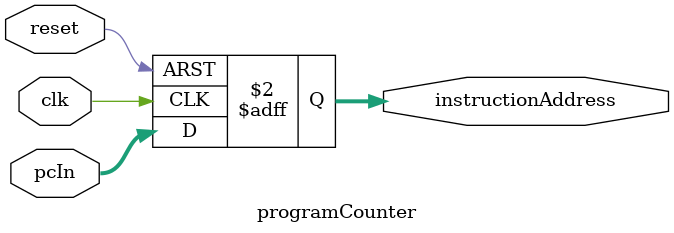
<source format=v>
`timescale 1ns / 1ps


module programCounter(
    input clk,
    input reset,
    input [31:0] pcIn,
    output reg [31:0] instructionAddress
    );
    

always @(posedge clk or posedge reset)
begin
    if(reset)
        instructionAddress <= 0;
    else
        instructionAddress <= pcIn;
end    
    
endmodule

</source>
